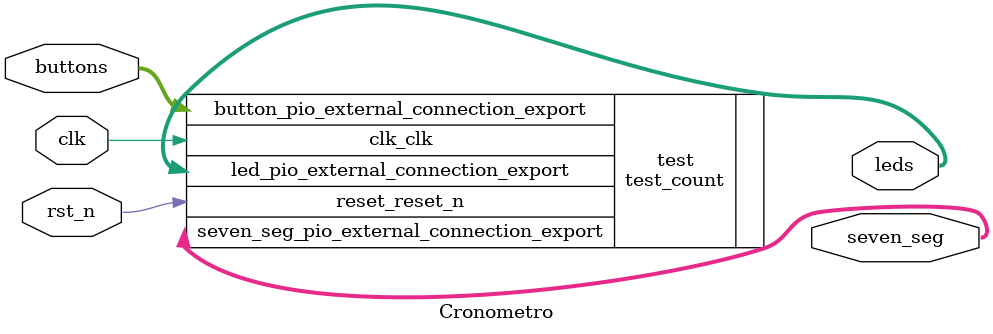
<source format=sv>
module Cronometro (
		input  logic [3:0] buttons,    //    button_pio_external_connection.export
		input  logic       clk,                                  //                               clk.clk
		output logic [7:0] leds,       //       led_pio_external_connection.export
		input  logic       rst_n,                            //                             reset.reset_n
		output logic [6:0] seven_seg // seven_seg_pio_external_connection.export
);
	test_count test(
		.button_pio_external_connection_export(buttons),    //    button_pio_external_connection.export
		.clk_clk(clk),                                  //                               clk.clk
		.led_pio_external_connection_export(leds),       //       led_pio_external_connection.export
		.reset_reset_n(rst_n),                            //                             reset.reset_n
		.seven_seg_pio_external_connection_export(seven_seg)
	);
	
endmodule
</source>
